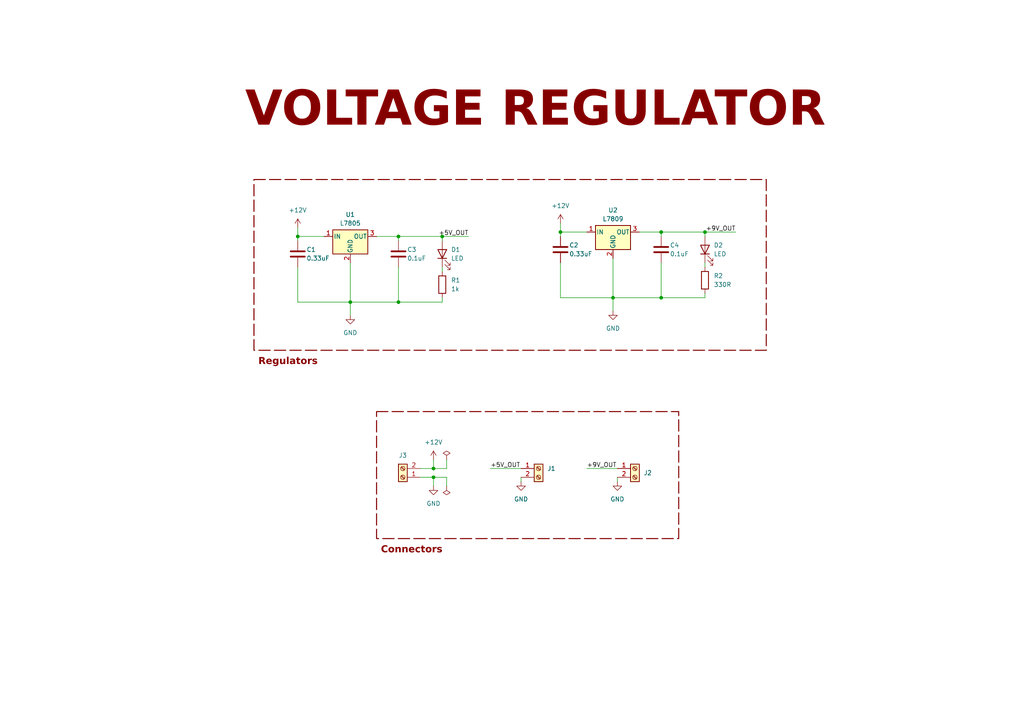
<source format=kicad_sch>
(kicad_sch (version 20230121) (generator eeschema)
  (paper "A4")
  (title_block (title "VOLTAGE REGULATOR 5 AND 9 V") (date "2023-12-26") (rev "REV A") (company "Slemanz") (comment 1 "Project 1"))
  (lib_symbols
    (symbol "Connector:Screw_Terminal_01x02" (pin_names (offset 1.016) hide)
      (property "Reference" "J" (at 0 2.54 0))
      (property "Value" "Screw_Terminal_01x02" (at 0 -5.08 0))
      (symbol "Screw_Terminal_01x02_1_1"
        (rectangle (start -1.27 1.27) (end 1.27 -3.81) (stroke (width 0.254)) (fill (type background)))
        (circle (center 0 -2.54) (radius 0.635) (stroke (width 0.1524)))
        (polyline (pts (xy -0.5334 -2.2098) (xy 0.3302 -3.048)) (stroke (width 0.1524)))
        (polyline (pts (xy -0.5334 0.3302) (xy 0.3302 -0.508)) (stroke (width 0.1524)))
        (polyline (pts (xy -0.3556 -2.032) (xy 0.508 -2.8702)) (stroke (width 0.1524)))
        (polyline (pts (xy -0.3556 0.508) (xy 0.508 -0.3302)) (stroke (width 0.1524)))
        (circle (center 0 0) (radius 0.635) (stroke (width 0.1524)))
        (pin passive line (at -5.08 0 0) (length 3.81) (name "Pin_1") (number "1"))
        (pin passive line (at -5.08 -2.54 0) (length 3.81) (name "Pin_2") (number "2"))
      )
    )
    (symbol "Device:C" (pin_numbers hide) (pin_names (offset 0.254))
      (property "Reference" "C" (at 0.635 2.54 0))
      (property "Value" "C" (at 0.635 -2.54 0))
      (symbol "C_0_1"
        (polyline (pts (xy -2.032 -0.762) (xy 2.032 -0.762)) (stroke (width 0.508)))
        (polyline (pts (xy -2.032 0.762) (xy 2.032 0.762)) (stroke (width 0.508)))
      )
      (symbol "C_1_1"
        (pin passive line (at 0 3.81 270) (length 2.794) (name "~") (number "1"))
        (pin passive line (at 0 -3.81 90) (length 2.794) (name "~") (number "2"))
      )
    )
    (symbol "Device:LED" (pin_numbers hide) (pin_names (offset 1.016) hide)
      (property "Reference" "D" (at 0 2.54 0))
      (property "Value" "LED" (at 0 -2.54 0))
      (symbol "LED_0_1"
        (polyline (pts (xy -1.27 -1.27) (xy -1.27 1.27)) (stroke (width 0.254)))
        (polyline (pts (xy -1.27 0) (xy 1.27 0)))
        (polyline (pts (xy 1.27 -1.27) (xy 1.27 1.27) (xy -1.27 0) (xy 1.27 -1.27)) (stroke (width 0.254)))
        (polyline (pts (xy -3.048 -0.762) (xy -4.572 -2.286) (xy -3.81 -2.286) (xy -4.572 -2.286) (xy -4.572 -1.524)))
        (polyline (pts (xy -1.778 -0.762) (xy -3.302 -2.286) (xy -2.54 -2.286) (xy -3.302 -2.286) (xy -3.302 -1.524)))
      )
      (symbol "LED_1_1"
        (pin passive line (at -3.81 0 0) (length 2.54) (name "K") (number "1"))
        (pin passive line (at 3.81 0 180) (length 2.54) (name "A") (number "2"))
      )
    )
    (symbol "Device:R" (pin_numbers hide) (pin_names (offset 0))
      (property "Reference" "R" (at 2.032 0 90))
      (property "Value" "R" (at 0 0 90))
      (symbol "R_0_1"
        (rectangle (start -1.016 -2.54) (end 1.016 2.54) (stroke (width 0.254)))
      )
      (symbol "R_1_1"
        (pin passive line (at 0 3.81 270) (length 1.27) (name "~") (number "1"))
        (pin passive line (at 0 -3.81 90) (length 1.27) (name "~") (number "2"))
      )
    )
    (symbol "Regulator_Linear:L7805" (pin_names (offset 0.254))
      (property "Reference" "U" (at -3.81 3.175 0))
      (property "Value" "L7805" (at 0 3.175 0))
      (symbol "L7805_0_1"
        (rectangle (start -5.08 1.905) (end 5.08 -5.08) (stroke (width 0.254)) (fill (type background)))
      )
      (symbol "L7805_1_1"
        (pin power_in line (at -7.62 0 0) (length 2.54) (name "IN") (number "1"))
        (pin power_in line (at 0 -7.62 90) (length 2.54) (name "GND") (number "2"))
        (pin power_out line (at 7.62 0 180) (length 2.54) (name "OUT") (number "3"))
      )
    )
    (symbol "Regulator_Linear:L7809" (pin_names (offset 0.254))
      (property "Reference" "U" (at -3.81 3.175 0))
      (property "Value" "L7809" (at 0 3.175 0))
      (symbol "L7809_0_1"
        (rectangle (start -5.08 1.905) (end 5.08 -5.08) (stroke (width 0.254)) (fill (type background)))
      )
      (symbol "L7809_1_1"
        (pin power_in line (at -7.62 0 0) (length 2.54) (name "IN") (number "1"))
        (pin power_in line (at 0 -7.62 90) (length 2.54) (name "GND") (number "2"))
        (pin power_out line (at 7.62 0 180) (length 2.54) (name "OUT") (number "3"))
      )
    )
    (symbol "power:+12V" (power) (pin_names (offset 0))
      (property "Value" "+12V" (at 0 3.556 0))
      (symbol "+12V_0_1"
        (polyline (pts (xy -0.762 1.27) (xy 0 2.54)))
        (polyline (pts (xy 0 0) (xy 0 2.54)))
        (polyline (pts (xy 0 2.54) (xy 0.762 1.27)))
      )
      (symbol "+12V_1_1"
        (pin power_in line (at 0 0 90) (length 0) hide (name "+12V") (number "1"))
      )
    )
    (symbol "power:GND" (power) (pin_names (offset 0))
      (property "Value" "GND" (at 0 -3.81 0))
      (symbol "GND_0_1"
        (polyline (pts (xy 0 0) (xy 0 -1.27) (xy 1.27 -1.27) (xy 0 -2.54) (xy -1.27 -1.27) (xy 0 -1.27)))
      )
      (symbol "GND_1_1"
        (pin power_in line (at 0 0 270) (length 0) hide (name "GND") (number "1"))
      )
    )
    (symbol "power:PWR_FLAG" (power) (pin_numbers hide) (pin_names (offset 0) hide)
      (property "Value" "PWR_FLAG" (at 0 3.81 0))
      (symbol "PWR_FLAG_0_0"
        (pin power_out line (at 0 0 90) (length 0) (name "pwr") (number "1"))
      )
      (symbol "PWR_FLAG_0_1"
        (polyline (pts (xy 0 0) (xy 0 1.27) (xy -1.016 1.905) (xy 0 2.54) (xy 1.016 1.905) (xy 0 1.27)))
      )
    )
  )
  (junction (at 115.57 68.58))
  (junction (at 115.57 87.63))
  (junction (at 101.6 87.63))
  (junction (at 162.56 67.31))
  (junction (at 125.73 138.43))
  (junction (at 191.77 67.31))
  (junction (at 177.8 86.36))
  (junction (at 204.47 67.31))
  (junction (at 125.73 135.89))
  (junction (at 128.27 68.58))
  (junction (at 191.77 86.36))
  (junction (at 86.36 68.58))
  (wire (pts (xy 204.47 67.31) (xy 213.36 67.31)))
  (wire (pts (xy 125.73 133.35) (xy 125.73 135.89)))
  (wire (pts (xy 86.36 66.04) (xy 86.36 68.58)))
  (wire (pts (xy 191.77 67.31) (xy 204.47 67.31)))
  (wire (pts (xy 121.92 135.89) (xy 125.73 135.89)))
  (wire (pts (xy 191.77 86.36) (xy 204.47 86.36)))
  (wire (pts (xy 115.57 68.58) (xy 128.27 68.58)))
  (wire (pts (xy 142.24 135.89) (xy 151.13 135.89)))
  (wire (pts (xy 86.36 77.47) (xy 86.36 87.63)))
  (wire (pts (xy 170.18 67.31) (xy 162.56 67.31)))
  (wire (pts (xy 115.57 68.58) (xy 115.57 69.85)))
  (wire (pts (xy 125.73 135.89) (xy 129.54 135.89)))
  (wire (pts (xy 162.56 86.36) (xy 177.8 86.36)))
  (wire (pts (xy 204.47 67.31) (xy 204.47 68.58)))
  (wire (pts (xy 162.56 67.31) (xy 162.56 68.58)))
  (wire (pts (xy 86.36 68.58) (xy 86.36 69.85)))
  (wire (pts (xy 185.42 67.31) (xy 191.77 67.31)))
  (wire (pts (xy 204.47 76.2) (xy 204.47 77.47)))
  (wire (pts (xy 101.6 87.63) (xy 115.57 87.63)))
  (wire (pts (xy 177.8 86.36) (xy 177.8 90.17)))
  (wire (pts (xy 128.27 68.58) (xy 128.27 69.85)))
  (wire (pts (xy 129.54 138.43) (xy 129.54 140.97)))
  (wire (pts (xy 151.13 138.43) (xy 151.13 139.7)))
  (wire (pts (xy 129.54 135.89) (xy 129.54 133.35)))
  (wire (pts (xy 115.57 77.47) (xy 115.57 87.63)))
  (wire (pts (xy 177.8 74.93) (xy 177.8 86.36)))
  (wire (pts (xy 191.77 67.31) (xy 191.77 68.58)))
  (wire (pts (xy 101.6 76.2) (xy 101.6 87.63)))
  (wire (pts (xy 125.73 138.43) (xy 125.73 140.97)))
  (wire (pts (xy 128.27 68.58) (xy 135.89 68.58)))
  (wire (pts (xy 177.8 86.36) (xy 191.77 86.36)))
  (wire (pts (xy 125.73 138.43) (xy 129.54 138.43)))
  (wire (pts (xy 128.27 87.63) (xy 128.27 86.36)))
  (wire (pts (xy 204.47 86.36) (xy 204.47 85.09)))
  (wire (pts (xy 115.57 87.63) (xy 128.27 87.63)))
  (wire (pts (xy 179.07 138.43) (xy 179.07 139.7)))
  (wire (pts (xy 128.27 77.47) (xy 128.27 78.74)))
  (wire (pts (xy 121.92 138.43) (xy 125.73 138.43)))
  (wire (pts (xy 93.98 68.58) (xy 86.36 68.58)))
  (wire (pts (xy 86.36 87.63) (xy 101.6 87.63)))
  (wire (pts (xy 162.56 76.2) (xy 162.56 86.36)))
  (wire (pts (xy 170.18 135.89) (xy 179.07 135.89)))
  (wire (pts (xy 191.77 76.2) (xy 191.77 86.36)))
  (wire (pts (xy 109.22 68.58) (xy 115.57 68.58)))
  (wire (pts (xy 162.56 64.77) (xy 162.56 67.31)))
  (wire (pts (xy 101.6 87.63) (xy 101.6 91.44)))
  (rectangle (start 73.66 52.07) (end 222.25 101.6) (stroke (width 0.3) (type dash) (color 132 0 0 1)))
  (rectangle (start 109.22 119.38) (end 196.85 156.21) (stroke (width 0.3) (type dash) (color 132 0 0 1)))
  (text "VOLTAGE REGULATOR" (at 71.12 40.64 0) (effects (font (size 10 10) (thickness 0.254) bold) (justify left bottom)))
  (text "Connectors" (at 110.49 161.29 0) (effects (font (size 2 2) (thickness 0.254) bold) (justify left bottom)))
  (text "Regulators" (at 74.93 106.68 0) (effects (font (size 2 2) (thickness 0.254) bold) (justify left bottom)))
  (label "+9V_OUT" (at 213.36 67.31 180))
  (label "+9V_OUT" (at 170.18 135.89 0))
  (label "+5V_OUT" (at 135.89 68.58 180))
  (label "+5V_OUT" (at 142.24 135.89 0))
  (symbol (lib_id "Device:C") (at 162.56 72.39 0) (unit 1)
    (property "Reference" "C2" (at 165.1 71.12 0) (effects (justify left)))
    (property "Value" "0.33uF" (at 165.1 73.66 0) (effects (justify left)))
    (property "Footprint" "Capacitor_THT:C_Disc_D4.7mm_W2.5mm_P5.00mm" (effects hide))
  )
  (symbol (lib_id "Device:C") (at 191.77 72.39 0) (unit 1)
    (property "Reference" "C4" (at 194.31 71.12 0) (effects (justify left)))
    (property "Value" "0.1uF" (at 194.31 73.66 0) (effects (justify left)))
    (property "Footprint" "Capacitor_THT:C_Disc_D3.0mm_W2.0mm_P2.50mm" (effects hide))
  )
  (symbol (lib_id "Regulator_Linear:L7809") (at 177.8 67.31 0) (unit 1)
    (property "Reference" "U2" (at 177.8 60.96 0))
    (property "Value" "L7809" (at 177.8 63.5 0))
    (property "Footprint" "Package_TO_SOT_THT:TO-220-3_Vertical" (effects hide))
    (property "Datasheet" "http://www.st.com/content/ccc/resource/technical/document/datasheet/41/4f/b3/b0/12/d4/47/88/CD00000444.pdf/files/CD00000444.pdf/jcr:content/translations/en.CD00000444.pdf" (effects hide))
  )
  (symbol (lib_id "Device:LED") (at 128.27 73.66 90) (unit 1)
    (property "Reference" "D1" (at 130.81 72.39 90) (effects (justify right)))
    (property "Value" "LED" (at 130.81 74.93 90) (effects (justify right)))
    (property "Footprint" "LED_THT:LED_D4.0mm" (effects hide))
  )
  (symbol (lib_id "Device:LED") (at 204.47 72.39 90) (unit 1)
    (property "Reference" "D2" (at 207.01 71.12 90) (effects (justify right)))
    (property "Value" "LED" (at 207.01 73.66 90) (effects (justify right)))
    (property "Footprint" "LED_THT:LED_D4.0mm" (effects hide))
  )
  (symbol (lib_id "Connector:Screw_Terminal_01x02") (at 116.84 138.43 180) (unit 1)
    (property "Reference" "J3" (at 116.84 132.08 0))
    (property "Value" "Screw_Terminal_01x02" (effects hide))
    (property "Footprint" "TerminalBlock_Phoenix:TerminalBlock_Phoenix_MKDS-1,5-2-5.08_1x02_P5.08mm_Horizontal" (effects hide))
  )
  (symbol (lib_id "power:GND") (at 101.6 91.44 0) (unit 1)
    (property "Reference" "#PWR02" (effects hide))
    (property "Value" "GND" (at 101.6 96.52 0))
  )
  (symbol (lib_id "power:+12V") (at 125.73 133.35 0) (unit 1)
    (property "Reference" "#PWR07" (effects hide))
    (property "Value" "+12V" (at 125.73 128.27 0))
  )
  (symbol (lib_id "power:PWR_FLAG") (at 129.54 133.35 0) (unit 1)
    (property "Reference" "#FLG01" (effects hide))
    (property "Value" "PWR_FLAG" (effects hide))
  )
  (symbol (lib_id "power:+12V") (at 86.36 66.04 0) (unit 1)
    (property "Reference" "#PWR01" (effects hide))
    (property "Value" "+12V" (at 86.36 60.96 0))
  )
  (symbol (lib_id "Device:R") (at 128.27 82.55 0) (unit 1)
    (property "Reference" "R1" (at 130.81 81.28 0) (effects (justify left)))
    (property "Value" "1k" (at 130.81 83.82 0) (effects (justify left)))
    (property "Footprint" "Resistor_THT:R_Axial_DIN0207_L6.3mm_D2.5mm_P7.62mm_Horizontal" (effects hide))
  )
  (symbol (lib_id "power:GND") (at 179.07 139.7 0) (unit 1)
    (property "Reference" "#PWR06" (effects hide))
    (property "Value" "GND" (at 179.07 144.78 0))
  )
  (symbol (lib_id "Device:R") (at 204.47 81.28 0) (unit 1)
    (property "Reference" "R2" (at 207.01 80.01 0) (effects (justify left)))
    (property "Value" "330R" (at 207.01 82.55 0) (effects (justify left)))
    (property "Footprint" "Resistor_THT:R_Axial_DIN0207_L6.3mm_D2.5mm_P7.62mm_Horizontal" (effects hide))
  )
  (symbol (lib_id "power:PWR_FLAG") (at 129.54 140.97 180) (unit 1)
    (property "Reference" "#FLG02" (effects hide))
    (property "Value" "PWR_FLAG" (effects hide))
  )
  (symbol (lib_id "power:GND") (at 151.13 139.7 0) (unit 1)
    (property "Reference" "#PWR05" (effects hide))
    (property "Value" "GND" (at 151.13 144.78 0))
  )
  (symbol (lib_id "power:+12V") (at 162.56 64.77 0) (unit 1)
    (property "Reference" "#PWR03" (effects hide))
    (property "Value" "+12V" (at 162.56 59.69 0))
  )
  (symbol (lib_id "Device:C") (at 115.57 73.66 0) (unit 1)
    (property "Reference" "C3" (at 118.11 72.39 0) (effects (justify left)))
    (property "Value" "0.1uF" (at 118.11 74.93 0) (effects (justify left)))
    (property "Footprint" "Capacitor_THT:C_Disc_D3.0mm_W2.0mm_P2.50mm" (effects hide))
  )
  (symbol (lib_id "power:GND") (at 177.8 90.17 0) (unit 1)
    (property "Reference" "#PWR04" (effects hide))
    (property "Value" "GND" (at 177.8 95.25 0))
  )
  (symbol (lib_id "Device:C") (at 86.36 73.66 0) (unit 1)
    (property "Reference" "C1" (at 88.9 72.39 0) (effects (justify left)))
    (property "Value" "0.33uF" (at 88.9 74.93 0) (effects (justify left)))
    (property "Footprint" "Capacitor_THT:C_Disc_D4.7mm_W2.5mm_P5.00mm" (effects hide))
  )
  (symbol (lib_id "Connector:Screw_Terminal_01x02") (at 184.15 135.89 0) (unit 1)
    (property "Reference" "J2" (at 186.69 137.16 0) (effects (justify left)))
    (property "Value" "Screw_Terminal_01x02" (effects hide))
    (property "Footprint" "TerminalBlock_Phoenix:TerminalBlock_Phoenix_MKDS-1,5-2-5.08_1x02_P5.08mm_Horizontal" (effects hide))
  )
  (symbol (lib_id "Connector:Screw_Terminal_01x02") (at 156.21 135.89 0) (unit 1)
    (property "Reference" "J1" (at 158.75 135.89 0) (effects (justify left)))
    (property "Value" "Screw_Terminal_01x02" (effects hide))
    (property "Footprint" "TerminalBlock_Phoenix:TerminalBlock_Phoenix_MKDS-1,5-2-5.08_1x02_P5.08mm_Horizontal" (effects hide))
  )
  (symbol (lib_id "Regulator_Linear:L7805") (at 101.6 68.58 0) (unit 1)
    (property "Reference" "U1" (at 101.6 62.23 0))
    (property "Value" "L7805" (at 101.6 64.77 0))
    (property "Footprint" "Package_TO_SOT_THT:TO-220-3_Vertical" (effects hide))
    (property "Datasheet" "http://www.st.com/content/ccc/resource/technical/document/datasheet/41/4f/b3/b0/12/d4/47/88/CD00000444.pdf/files/CD00000444.pdf/jcr:content/translations/en.CD00000444.pdf" (effects hide))
  )
  (symbol (lib_id "power:GND") (at 125.73 140.97 0) (unit 1)
    (property "Reference" "#PWR08" (effects hide))
    (property "Value" "GND" (at 125.73 146.05 0))
  )
)
</source>
